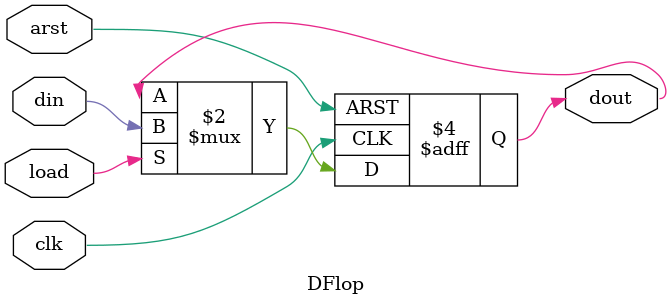
<source format=v>
`timescale 1ns / 1ps
module DFlop(
   input  arst  , // async reset
	input  clk   , // clock posedge
	input  din   , // data  in
	input  load  , // data  load 
	output reg dout    // data  out

    );
	 
always@(posedge clk or posedge arst)
   begin
	  if(arst)
	     dout <= 1'b0;
		else if(load)
        dout <= din;
	end


endmodule

</source>
